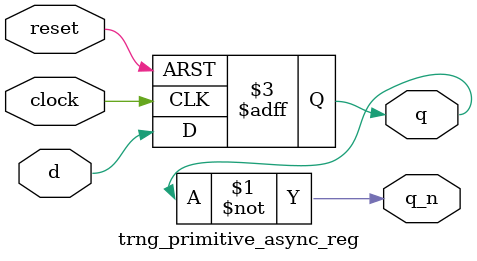
<source format=v>
module trng_primitive_async_reg( clock, reset, d, q, q_n);
  input clock, reset, d;
  output q,q_n;

  reg q;
  wire clock, reset, d, q_n;
  
  assign q_n = ~q; 
  
  always @ (posedge clock or posedge reset)
  if (reset) begin
    q <= 1'b0;
  end else begin
    q <= d;
  end

endmodule




</source>
